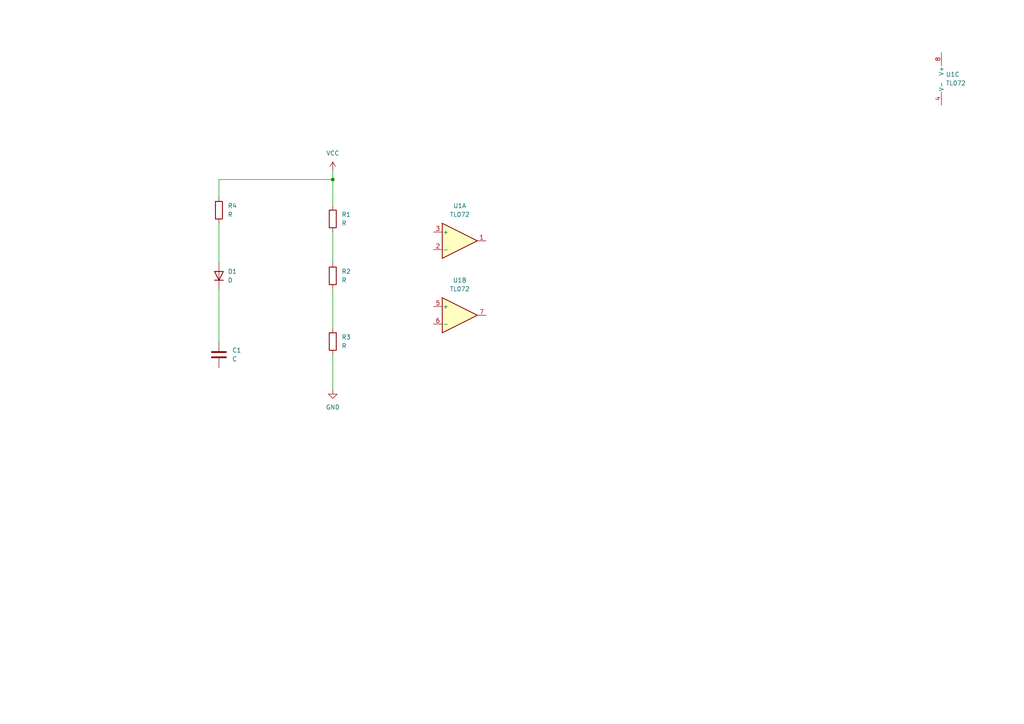
<source format=kicad_sch>
(kicad_sch (version 20230121) (generator eeschema)
  (paper "A4")
  (lib_symbols
    (symbol "Amplifier_Operational:TL072" (pin_names (offset 0.127))
      (property "Reference" "U" (at 0 5.08 0))
      (property "Value" "TL072" (at 0 -5.08 0))
      (symbol "TL072_1_1"
        (polyline (pts (xy -5.08 5.08) (xy 5.08 0) (xy -5.08 -5.08) (xy -5.08 5.08)) (stroke (width 0.254)) (fill (type background)))
        (pin output line (at 7.62 0 180) (length 2.54) (name "~") (number "1"))
        (pin input line (at -7.62 -2.54 0) (length 2.54) (name "-") (number "2"))
        (pin input line (at -7.62 2.54 0) (length 2.54) (name "+") (number "3"))
      )
      (symbol "TL072_2_1"
        (polyline (pts (xy -5.08 5.08) (xy 5.08 0) (xy -5.08 -5.08) (xy -5.08 5.08)) (stroke (width 0.254)) (fill (type background)))
        (pin input line (at -7.62 2.54 0) (length 2.54) (name "+") (number "5"))
        (pin input line (at -7.62 -2.54 0) (length 2.54) (name "-") (number "6"))
        (pin output line (at 7.62 0 180) (length 2.54) (name "~") (number "7"))
      )
      (symbol "TL072_3_1"
        (pin power_in line (at -2.54 -7.62 90) (length 3.81) (name "V-") (number "4"))
        (pin power_in line (at -2.54 7.62 270) (length 3.81) (name "V+") (number "8"))
      )
    )
    (symbol "Device:C" (pin_numbers hide) (pin_names (offset 0.254))
      (property "Reference" "C" (at 0.635 2.54 0))
      (property "Value" "C" (at 0.635 -2.54 0))
      (symbol "C_0_1"
        (polyline (pts (xy -2.032 -0.762) (xy 2.032 -0.762)) (stroke (width 0.508)))
        (polyline (pts (xy -2.032 0.762) (xy 2.032 0.762)) (stroke (width 0.508)))
      )
      (symbol "C_1_1"
        (pin passive line (at 0 3.81 270) (length 2.794) (name "~") (number "1"))
        (pin passive line (at 0 -3.81 90) (length 2.794) (name "~") (number "2"))
      )
    )
    (symbol "Device:D" (pin_numbers hide) (pin_names (offset 1.016) hide)
      (property "Reference" "D" (at 0 2.54 0))
      (property "Value" "D" (at 0 -2.54 0))
      (symbol "D_0_1"
        (polyline (pts (xy -1.27 1.27) (xy -1.27 -1.27)) (stroke (width 0.254)))
        (polyline (pts (xy 1.27 0) (xy -1.27 0)))
        (polyline (pts (xy 1.27 1.27) (xy 1.27 -1.27) (xy -1.27 0) (xy 1.27 1.27)) (stroke (width 0.254)))
      )
      (symbol "D_1_1"
        (pin passive line (at -3.81 0 0) (length 2.54) (name "K") (number "1"))
        (pin passive line (at 3.81 0 180) (length 2.54) (name "A") (number "2"))
      )
    )
    (symbol "Device:R" (pin_numbers hide) (pin_names (offset 0))
      (property "Reference" "R" (at 2.032 0 90))
      (property "Value" "R" (at 0 0 90))
      (symbol "R_0_1"
        (rectangle (start -1.016 -2.54) (end 1.016 2.54) (stroke (width 0.254)))
      )
      (symbol "R_1_1"
        (pin passive line (at 0 3.81 270) (length 1.27) (name "~") (number "1"))
        (pin passive line (at 0 -3.81 90) (length 1.27) (name "~") (number "2"))
      )
    )
    (symbol "power:GND" (power) (pin_names (offset 0))
      (property "Value" "GND" (at 0 -3.81 0))
      (symbol "GND_0_1"
        (polyline (pts (xy 0 0) (xy 0 -1.27) (xy 1.27 -1.27) (xy 0 -2.54) (xy -1.27 -1.27) (xy 0 -1.27)))
      )
      (symbol "GND_1_1"
        (pin power_in line (at 0 0 270) (length 0) hide (name "GND") (number "1"))
      )
    )
    (symbol "power:VCC" (power) (pin_names (offset 0))
      (property "Value" "VCC" (at 0 3.81 0))
      (symbol "VCC_0_1"
        (polyline (pts (xy -0.762 1.27) (xy 0 2.54)))
        (polyline (pts (xy 0 0) (xy 0 2.54)))
        (polyline (pts (xy 0 2.54) (xy 0.762 1.27)))
      )
      (symbol "VCC_1_1"
        (pin power_in line (at 0 0 90) (length 0) hide (name "VCC") (number "1"))
      )
    )
  )
  (junction (at 96.52 52.07))
  (wire (pts (xy 96.52 67.31) (xy 96.52 76.2)))
  (wire (pts (xy 63.5 64.77) (xy 63.5 76.2)))
  (wire (pts (xy 96.52 52.07) (xy 96.52 59.69)))
  (wire (pts (xy 96.52 102.87) (xy 96.52 113.03)))
  (wire (pts (xy 63.5 83.82) (xy 63.5 99.06)))
  (wire (pts (xy 96.52 83.82) (xy 96.52 95.25)))
  (wire (pts (xy 63.5 57.15) (xy 63.5 52.07)))
  (wire (pts (xy 63.5 52.07) (xy 96.52 52.07)))
  (wire (pts (xy 96.52 49.53) (xy 96.52 52.07)))
  (symbol (lib_id "Device:C") (at 63.5 102.87 0) (unit 1)
    (property "Reference" "C1" (at 67.31 101.6 0) (effects (justify left)))
    (property "Value" "C" (at 67.31 104.14 0) (effects (justify left)))
  )
  (symbol (lib_id "Amplifier_Operational:TL072") (at 133.35 91.44 0) (unit 2)
    (property "Reference" "U1" (at 133.35 81.28 0))
    (property "Value" "TL072" (at 133.35 83.82 0))
    (property "Datasheet" "http://www.ti.com/lit/ds/symlink/tl071.pdf" (effects hide))
  )
  (symbol (lib_id "power:GND") (at 96.52 113.03 0) (unit 1)
    (property "Reference" "#PWR01" (effects hide))
    (property "Value" "GND" (at 96.52 118.11 0))
  )
  (symbol (lib_id "Device:R") (at 96.52 99.06 0) (unit 1)
    (property "Reference" "R3" (at 99.06 97.79 0) (effects (justify left)))
    (property "Value" "R" (at 99.06 100.33 0) (effects (justify left)))
  )
  (symbol (lib_id "Amplifier_Operational:TL072") (at 275.59 22.86 0) (unit 3)
    (property "Reference" "U1" (at 274.32 21.59 0) (effects (justify left)))
    (property "Value" "TL072" (at 274.32 24.13 0) (effects (justify left)))
    (property "Datasheet" "http://www.ti.com/lit/ds/symlink/tl071.pdf" (effects hide))
  )
  (symbol (lib_id "power:VCC") (at 96.52 49.53 0) (unit 1)
    (property "Reference" "#PWR02" (effects hide))
    (property "Value" "VCC" (at 96.52 44.45 0))
  )
  (symbol (lib_id "Device:D") (at 63.5 80.01 90) (unit 1)
    (property "Reference" "D1" (at 66.04 78.74 90) (effects (justify right)))
    (property "Value" "D" (at 66.04 81.28 90) (effects (justify right)))
    (property "Sim.Device" "D" (effects hide))
    (property "Sim.Pins" "1=K 2=A" (effects hide))
  )
  (symbol (lib_id "Device:R") (at 63.5 60.96 0) (unit 1)
    (property "Reference" "R4" (at 66.04 59.69 0) (effects (justify left)))
    (property "Value" "R" (at 66.04 62.23 0) (effects (justify left)))
  )
  (symbol (lib_id "Amplifier_Operational:TL072") (at 133.35 69.85 0) (unit 1)
    (property "Reference" "U1" (at 133.35 59.69 0))
    (property "Value" "TL072" (at 133.35 62.23 0))
    (property "Datasheet" "http://www.ti.com/lit/ds/symlink/tl071.pdf" (effects hide))
  )
  (symbol (lib_id "Device:R") (at 96.52 80.01 0) (unit 1)
    (property "Reference" "R2" (at 99.06 78.74 0) (effects (justify left)))
    (property "Value" "R" (at 99.06 81.28 0) (effects (justify left)))
  )
  (symbol (lib_id "Device:R") (at 96.52 63.5 0) (unit 1)
    (property "Reference" "R1" (at 99.06 62.23 0) (effects (justify left)))
    (property "Value" "R" (at 99.06 64.77 0) (effects (justify left)))
  )
)
</source>
